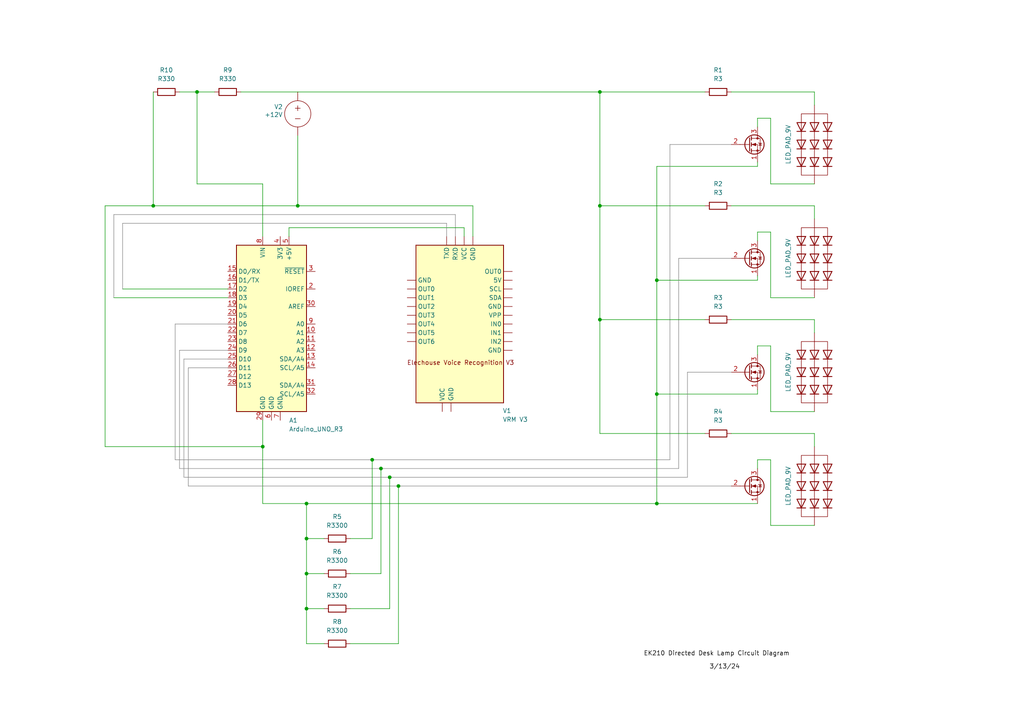
<source format=kicad_sch>
(kicad_sch (version 20231120) (generator "eeschema") (generator_version "8.0")
  (paper "A4")
  (lib_symbols
    (symbol "CustomCircuitLib:LED_PAD_9V" (pin_numbers hide) (pin_names (offset 1.016) hide)
      (property "Value" "LED_PAD_9V" (at 13.97 -11.43 0))
      (symbol "LED_PAD_9V_0_1"
        (polyline (pts (xy 0 -8.89) (xy 0 -6.35)) (stroke (width 0.254)))
        (polyline (pts (xy 0 -7.62) (xy 2.54 -7.62)))
        (polyline (pts (xy 0 -5.08) (xy 0 -2.54)) (stroke (width 0.254)))
        (polyline (pts (xy 0 -3.81) (xy -2.54 -3.81)))
        (polyline (pts (xy 0 -3.81) (xy 2.54 -3.81)))
        (polyline (pts (xy 0 -1.27) (xy 0 1.27)) (stroke (width 0.254)))
        (polyline (pts (xy 0 0) (xy 2.54 0)))
        (polyline (pts (xy 5.08 -8.89) (xy 5.08 -6.35)) (stroke (width 0.254)))
        (polyline (pts (xy 5.08 -7.62) (xy 2.54 -7.62)))
        (polyline (pts (xy 5.08 -7.62) (xy 7.62 -7.62)))
        (polyline (pts (xy 5.08 -5.08) (xy 5.08 -2.54)) (stroke (width 0.254)))
        (polyline (pts (xy 5.08 -3.81) (xy 2.54 -3.81)))
        (polyline (pts (xy 5.08 -3.81) (xy 7.62 -3.81)))
        (polyline (pts (xy 5.08 -1.27) (xy 5.08 1.27)) (stroke (width 0.254)))
        (polyline (pts (xy 5.08 0) (xy 2.54 0)))
        (polyline (pts (xy 5.08 0) (xy 7.62 0)))
        (polyline (pts (xy 10.16 -8.89) (xy 10.16 -6.35)) (stroke (width 0.254)))
        (polyline (pts (xy 10.16 -7.62) (xy 7.62 -7.62)))
        (polyline (pts (xy 10.16 -7.62) (xy 12.7 -7.62)))
        (polyline (pts (xy 10.16 -5.08) (xy 10.16 -2.54)) (stroke (width 0.254)))
        (polyline (pts (xy 10.16 -3.81) (xy 7.62 -3.81)))
        (polyline (pts (xy 10.16 -3.81) (xy 12.7 -3.81)))
        (polyline (pts (xy 10.16 -1.27) (xy 10.16 1.27)) (stroke (width 0.254)))
        (polyline (pts (xy 10.16 0) (xy 7.62 0)))
        (polyline (pts (xy 10.16 0) (xy 12.7 0)))
        (polyline (pts (xy 12.7 -3.81) (xy 15.24 -3.81)))
        (polyline (pts (xy 0 0) (xy -2.54 0) (xy -2.54 -7.62) (xy 0 -7.62)))
        (polyline (pts (xy 2.54 -8.89) (xy 2.54 -6.35) (xy 0 -7.62) (xy 2.54 -8.89)) (stroke (width 0.254)))
        (polyline (pts (xy 2.54 -5.08) (xy 2.54 -2.54) (xy 0 -3.81) (xy 2.54 -5.08)) (stroke (width 0.254)))
        (polyline (pts (xy 2.54 -1.27) (xy 2.54 1.27) (xy 0 0) (xy 2.54 -1.27)) (stroke (width 0.254)))
        (polyline (pts (xy 7.62 -8.89) (xy 7.62 -6.35) (xy 5.08 -7.62) (xy 7.62 -8.89)) (stroke (width 0.254)))
        (polyline (pts (xy 7.62 -5.08) (xy 7.62 -2.54) (xy 5.08 -3.81) (xy 7.62 -5.08)) (stroke (width 0.254)))
        (polyline (pts (xy 7.62 -1.27) (xy 7.62 1.27) (xy 5.08 0) (xy 7.62 -1.27)) (stroke (width 0.254)))
        (polyline (pts (xy 12.7 -8.89) (xy 12.7 -6.35) (xy 10.16 -7.62) (xy 12.7 -8.89)) (stroke (width 0.254)))
        (polyline (pts (xy 12.7 -5.08) (xy 12.7 -2.54) (xy 10.16 -3.81) (xy 12.7 -5.08)) (stroke (width 0.254)))
        (polyline (pts (xy 12.7 -1.27) (xy 12.7 1.27) (xy 10.16 0) (xy 12.7 -1.27)) (stroke (width 0.254)))
        (polyline (pts (xy 12.7 0) (xy 15.24 0) (xy 15.24 -7.62) (xy 12.7 -7.62)))
      )
      (symbol "LED_PAD_9V_1_1"
        (pin passive line (at -5.08 -3.81 0) (length 2.54) (name "Anode") (number ""))
        (pin passive line (at 17.78 -3.81 180) (length 2.54) (name "Anode") (number ""))
      )
    )
    (symbol "CustomCircuitLib:N_Channel_MOSFET" (pin_names hide)
      (symbol "N_Channel_MOSFET_0_1"
        (polyline (pts (xy 0.254 0) (xy -2.54 0)))
        (polyline (pts (xy 0.254 1.905) (xy 0.254 -1.905)) (stroke (width 0.254)))
        (polyline (pts (xy 0.762 -1.27) (xy 0.762 -2.286)) (stroke (width 0.254)))
        (polyline (pts (xy 0.762 0.508) (xy 0.762 -0.508)) (stroke (width 0.254)))
        (polyline (pts (xy 0.762 2.286) (xy 0.762 1.27)) (stroke (width 0.254)))
        (polyline (pts (xy 2.54 2.54) (xy 2.54 1.778)))
        (polyline (pts (xy 2.54 -2.54) (xy 2.54 0) (xy 0.762 0)))
        (polyline (pts (xy 0.762 -1.778) (xy 3.302 -1.778) (xy 3.302 1.778) (xy 0.762 1.778)))
        (polyline (pts (xy 1.016 0) (xy 2.032 0.381) (xy 2.032 -0.381) (xy 1.016 0)) (fill (type outline)))
        (polyline (pts (xy 2.794 0.508) (xy 2.921 0.381) (xy 3.683 0.381) (xy 3.81 0.254)))
        (polyline (pts (xy 3.302 0.381) (xy 2.921 -0.254) (xy 3.683 -0.254) (xy 3.302 0.381)))
        (circle (center 1.651 0) (radius 2.794) (stroke (width 0.254)))
        (circle (center 2.54 -1.778) (radius 0.254) (fill (type outline)))
        (circle (center 2.54 1.778) (radius 0.254) (fill (type outline)))
      )
      (symbol "N_Channel_MOSFET_1_1"
        (pin passive line (at 2.54 -5.08 90) (length 2.54) (name "Source") (number "1"))
        (pin input line (at -5.08 0 0) (length 2.54) (name "G") (number "2"))
        (pin passive line (at 2.54 5.08 270) (length 2.54) (name "D") (number "3"))
      )
    )
    (symbol "CustomCircuitLib:VRM V3"
      (property "Reference" "V1" (at 12.446 -25.146 0))
      (property "Value" "VRM V3" (at 12.446 -27.686 0))
      (symbol "VRM V3_0_1"
        (rectangle (start -12.7 22.86) (end 12.7 -22.86) (stroke (width 0.254)) (fill (type background)))
      )
      (symbol "VRM V3_1_0"
        (text "Elechouse Voice Recognition V3" (at 0.254 -11.176 0) (effects (font (size 1.27 1.27))))
      )
      (symbol "VRM V3_1_1"
        (pin power_in line (at 15.24 12.7 180) (length 2.54) (name "5V") (number ""))
        (pin power_in line (at -15.24 12.7 0) (length 2.54) (name "GND") (number ""))
        (pin power_in line (at -2.54 -25.4 90) (length 2.54) (name "GND") (number ""))
        (pin power_in line (at 3.81 25.4 270) (length 2.54) (name "GND") (number ""))
        (pin power_in line (at 15.24 -7.62 180) (length 2.54) (name "GND") (number ""))
        (pin power_in line (at 15.24 5.08 180) (length 2.54) (name "GND") (number ""))
        (pin input line (at 15.24 0 180) (length 2.54) (name "IN0") (number ""))
        (pin input line (at 15.24 -2.54 180) (length 2.54) (name "IN1") (number ""))
        (pin input line (at 15.24 -5.08 180) (length 2.54) (name "IN2") (number ""))
        (pin output line (at -15.24 10.16 0) (length 2.54) (name "OUT0") (number ""))
        (pin output line (at 15.24 15.24 180) (length 2.54) (name "OUT0") (number ""))
        (pin output line (at -15.24 7.62 0) (length 2.54) (name "OUT1") (number ""))
        (pin output line (at -15.24 5.08 0) (length 2.54) (name "OUT2") (number ""))
        (pin output line (at -15.24 2.54 0) (length 2.54) (name "OUT3") (number ""))
        (pin output line (at -15.24 0 0) (length 2.54) (name "OUT4") (number ""))
        (pin output line (at -15.24 -2.54 0) (length 2.54) (name "OUT5") (number ""))
        (pin output line (at -15.24 -5.08 0) (length 2.54) (name "OUT6") (number ""))
        (pin input line (at -1.27 25.4 270) (length 2.54) (name "RXD") (number ""))
        (pin input line (at 15.24 10.16 180) (length 2.54) (name "SCL") (number ""))
        (pin input line (at 15.24 7.62 180) (length 2.54) (name "SDA") (number ""))
        (pin output line (at -3.81 25.4 270) (length 2.54) (name "TXD") (number ""))
        (pin power_in line (at 1.27 25.4 270) (length 2.54) (name "VCC") (number ""))
        (pin unspecified line (at -5.08 -25.4 90) (length 2.54) (name "VOC") (number ""))
        (pin unspecified line (at 15.24 2.54 180) (length 2.54) (name "VPP") (number ""))
      )
    )
    (symbol "CustomCircuitLib:Voltage_Source"
      (property "Value" "+V" (at -5.842 0 0))
      (symbol "Voltage_Source_0_1"
        (polyline (pts (xy 0 -3.81) (xy 0 -6.35)))
        (polyline (pts (xy 0 3.81) (xy 0 3.81)))
        (polyline (pts (xy 0 3.81) (xy 0 6.35)))
        (circle (center 0 0) (radius 3.81))
      )
      (symbol "Voltage_Source_1_1"
        (text "+" (at 0 1.778 0) (effects (font (size 1.905 1.905))))
        (text "-" (at 0 -1.27 0) (effects (font (size 1.905 1.905))))
      )
    )
    (symbol "Device:R" (pin_numbers hide) (pin_names (offset 0))
      (property "Reference" "R" (at 2.032 0 90))
      (property "Value" "R" (at 0 0 90))
      (symbol "R_0_1"
        (rectangle (start -1.016 -2.54) (end 1.016 2.54) (stroke (width 0.254)))
      )
      (symbol "R_1_1"
        (pin passive line (at 0 3.81 270) (length 1.27) (name "~") (number "1"))
        (pin passive line (at 0 -3.81 90) (length 1.27) (name "~") (number "2"))
      )
    )
    (symbol "MCU_Module:Arduino_UNO_R3"
      (property "Reference" "A" (at -10.16 23.495 0))
      (property "Value" "Arduino_UNO_R3" (at 5.08 -26.67 0))
      (symbol "Arduino_UNO_R3_0_1"
        (rectangle (start -10.16 22.86) (end 10.16 -25.4) (stroke (width 0.254)) (fill (type background)))
      )
      (symbol "Arduino_UNO_R3_1_1"
        (pin no_connect line (at -10.16 -20.32 0) (length 2.54) hide (name "NC") (number "1"))
        (pin bidirectional line (at 12.7 -2.54 180) (length 2.54) (name "A1") (number "10"))
        (pin bidirectional line (at 12.7 -5.08 180) (length 2.54) (name "A2") (number "11"))
        (pin bidirectional line (at 12.7 -7.62 180) (length 2.54) (name "A3") (number "12"))
        (pin bidirectional line (at 12.7 -10.16 180) (length 2.54) (name "SDA/A4") (number "13"))
        (pin bidirectional line (at 12.7 -12.7 180) (length 2.54) (name "SCL/A5") (number "14"))
        (pin bidirectional line (at -12.7 15.24 0) (length 2.54) (name "D0/RX") (number "15"))
        (pin bidirectional line (at -12.7 12.7 0) (length 2.54) (name "D1/TX") (number "16"))
        (pin bidirectional line (at -12.7 10.16 0) (length 2.54) (name "D2") (number "17"))
        (pin bidirectional line (at -12.7 7.62 0) (length 2.54) (name "D3") (number "18"))
        (pin bidirectional line (at -12.7 5.08 0) (length 2.54) (name "D4") (number "19"))
        (pin output line (at 12.7 10.16 180) (length 2.54) (name "IOREF") (number "2"))
        (pin bidirectional line (at -12.7 2.54 0) (length 2.54) (name "D5") (number "20"))
        (pin bidirectional line (at -12.7 0 0) (length 2.54) (name "D6") (number "21"))
        (pin bidirectional line (at -12.7 -2.54 0) (length 2.54) (name "D7") (number "22"))
        (pin bidirectional line (at -12.7 -5.08 0) (length 2.54) (name "D8") (number "23"))
        (pin bidirectional line (at -12.7 -7.62 0) (length 2.54) (name "D9") (number "24"))
        (pin bidirectional line (at -12.7 -10.16 0) (length 2.54) (name "D10") (number "25"))
        (pin bidirectional line (at -12.7 -12.7 0) (length 2.54) (name "D11") (number "26"))
        (pin bidirectional line (at -12.7 -15.24 0) (length 2.54) (name "D12") (number "27"))
        (pin bidirectional line (at -12.7 -17.78 0) (length 2.54) (name "D13") (number "28"))
        (pin power_in line (at -2.54 -27.94 90) (length 2.54) (name "GND") (number "29"))
        (pin input line (at 12.7 15.24 180) (length 2.54) (name "~{RESET}") (number "3"))
        (pin input line (at 12.7 5.08 180) (length 2.54) (name "AREF") (number "30"))
        (pin bidirectional line (at 12.7 -17.78 180) (length 2.54) (name "SDA/A4") (number "31"))
        (pin bidirectional line (at 12.7 -20.32 180) (length 2.54) (name "SCL/A5") (number "32"))
        (pin power_out line (at 2.54 25.4 270) (length 2.54) (name "3V3") (number "4"))
        (pin power_out line (at 5.08 25.4 270) (length 2.54) (name "+5V") (number "5"))
        (pin power_in line (at 0 -27.94 90) (length 2.54) (name "GND") (number "6"))
        (pin power_in line (at 2.54 -27.94 90) (length 2.54) (name "GND") (number "7"))
        (pin power_in line (at -2.54 25.4 270) (length 2.54) (name "VIN") (number "8"))
        (pin bidirectional line (at 12.7 0 180) (length 2.54) (name "A0") (number "9"))
      )
    )
  )
  (junction (at 173.99 59.69))
  (junction (at 190.5 146.05))
  (junction (at 44.45 59.69))
  (junction (at 88.9 146.05))
  (junction (at 115.57 140.97))
  (junction (at 190.5 81.28))
  (junction (at 88.9 156.21))
  (junction (at 88.9 176.53))
  (junction (at 76.2 129.54))
  (junction (at 88.9 166.37))
  (junction (at 57.15 26.67))
  (junction (at 113.03 138.43))
  (junction (at 86.36 59.69))
  (junction (at 110.49 135.89))
  (junction (at 173.99 26.67))
  (junction (at 107.95 133.35))
  (junction (at 190.5 114.3))
  (junction (at 173.99 92.71))
  (wire (pts (xy 52.07 101.6) (xy 66.04 101.6)) (stroke (width 0) (color 132 132 132 1)))
  (wire (pts (xy 35.56 83.82) (xy 35.56 64.77)) (stroke (width 0) (color 132 132 132 1)))
  (wire (pts (xy 219.71 48.26) (xy 190.5 48.26)))
  (wire (pts (xy 86.36 59.69) (xy 137.16 59.69)))
  (wire (pts (xy 173.99 125.73) (xy 173.99 92.71)))
  (wire (pts (xy 223.52 100.33) (xy 219.71 100.33)))
  (wire (pts (xy 88.9 166.37) (xy 93.98 166.37)))
  (wire (pts (xy 107.95 133.35) (xy 194.31 133.35)) (stroke (width 0) (color 132 132 132 1)))
  (wire (pts (xy 134.62 66.04) (xy 83.82 66.04)))
  (wire (pts (xy 236.22 59.69) (xy 236.22 63.5)))
  (wire (pts (xy 52.07 26.67) (xy 57.15 26.67)))
  (wire (pts (xy 236.22 125.73) (xy 236.22 129.54)))
  (wire (pts (xy 190.5 48.26) (xy 190.5 81.28)))
  (wire (pts (xy 33.02 86.36) (xy 33.02 62.23)) (stroke (width 0) (color 132 132 132 1)))
  (wire (pts (xy 88.9 176.53) (xy 93.98 176.53)))
  (wire (pts (xy 107.95 156.21) (xy 107.95 133.35)))
  (wire (pts (xy 219.71 67.31) (xy 219.71 69.85)))
  (wire (pts (xy 236.22 86.36) (xy 223.52 86.36)))
  (wire (pts (xy 115.57 186.69) (xy 115.57 140.97)))
  (wire (pts (xy 54.61 106.68) (xy 66.04 106.68)) (stroke (width 0) (color 132 132 132 1)))
  (wire (pts (xy 33.02 62.23) (xy 132.08 62.23)) (stroke (width 0) (color 132 132 132 1)))
  (wire (pts (xy 173.99 26.67) (xy 204.47 26.67)))
  (wire (pts (xy 44.45 26.67) (xy 44.45 59.69)))
  (wire (pts (xy 219.71 81.28) (xy 190.5 81.28)))
  (wire (pts (xy 88.9 156.21) (xy 93.98 156.21)))
  (wire (pts (xy 101.6 166.37) (xy 110.49 166.37)))
  (wire (pts (xy 212.09 92.71) (xy 236.22 92.71)))
  (wire (pts (xy 88.9 166.37) (xy 88.9 176.53)))
  (wire (pts (xy 204.47 92.71) (xy 173.99 92.71)))
  (wire (pts (xy 134.62 68.58) (xy 134.62 66.04)))
  (wire (pts (xy 236.22 119.38) (xy 223.52 119.38)))
  (wire (pts (xy 88.9 156.21) (xy 88.9 166.37)))
  (wire (pts (xy 219.71 100.33) (xy 219.71 102.87)))
  (wire (pts (xy 223.52 53.34) (xy 223.52 34.29)))
  (wire (pts (xy 236.22 152.4) (xy 223.52 152.4)))
  (wire (pts (xy 204.47 125.73) (xy 173.99 125.73)))
  (wire (pts (xy 219.71 113.03) (xy 219.71 114.3)))
  (wire (pts (xy 52.07 135.89) (xy 52.07 101.6)) (stroke (width 0) (color 132 132 132 1)))
  (wire (pts (xy 76.2 53.34) (xy 76.2 68.58)))
  (wire (pts (xy 113.03 176.53) (xy 113.03 138.43)))
  (wire (pts (xy 219.71 34.29) (xy 219.71 36.83)))
  (wire (pts (xy 101.6 176.53) (xy 113.03 176.53)))
  (wire (pts (xy 196.85 74.93) (xy 212.09 74.93)) (stroke (width 0) (color 132 132 132 1)))
  (wire (pts (xy 35.56 64.77) (xy 129.54 64.77)) (stroke (width 0) (color 132 132 132 1)))
  (wire (pts (xy 223.52 86.36) (xy 223.52 67.31)))
  (wire (pts (xy 190.5 146.05) (xy 219.71 146.05)))
  (wire (pts (xy 101.6 186.69) (xy 115.57 186.69)))
  (wire (pts (xy 196.85 135.89) (xy 196.85 74.93)) (stroke (width 0) (color 132 132 132 1)))
  (wire (pts (xy 223.52 133.35) (xy 219.71 133.35)))
  (wire (pts (xy 223.52 152.4) (xy 223.52 133.35)))
  (wire (pts (xy 86.36 39.37) (xy 86.36 59.69)))
  (wire (pts (xy 190.5 114.3) (xy 190.5 146.05)))
  (wire (pts (xy 88.9 146.05) (xy 76.2 146.05)))
  (wire (pts (xy 53.34 138.43) (xy 113.03 138.43)) (stroke (width 0) (color 132 132 132 1)))
  (wire (pts (xy 88.9 186.69) (xy 93.98 186.69)))
  (wire (pts (xy 194.31 41.91) (xy 194.31 133.35)) (stroke (width 0) (color 132 132 132 1)))
  (wire (pts (xy 54.61 140.97) (xy 115.57 140.97)) (stroke (width 0) (color 132 132 132 1)))
  (wire (pts (xy 54.61 140.97) (xy 54.61 106.68)) (stroke (width 0) (color 132 132 132 1)))
  (wire (pts (xy 110.49 166.37) (xy 110.49 135.89)))
  (wire (pts (xy 30.48 129.54) (xy 76.2 129.54)))
  (wire (pts (xy 88.9 146.05) (xy 88.9 156.21)))
  (wire (pts (xy 76.2 121.92) (xy 76.2 129.54)))
  (wire (pts (xy 88.9 176.53) (xy 88.9 186.69)))
  (wire (pts (xy 30.48 59.69) (xy 30.48 129.54)))
  (wire (pts (xy 101.6 156.21) (xy 107.95 156.21)))
  (wire (pts (xy 236.22 26.67) (xy 236.22 30.48)))
  (wire (pts (xy 53.34 104.14) (xy 66.04 104.14)) (stroke (width 0) (color 132 132 132 1)))
  (wire (pts (xy 236.22 53.34) (xy 223.52 53.34)))
  (wire (pts (xy 83.82 66.04) (xy 83.82 68.58)))
  (wire (pts (xy 219.71 133.35) (xy 219.71 135.89)))
  (wire (pts (xy 173.99 92.71) (xy 173.99 59.69)))
  (wire (pts (xy 212.09 26.67) (xy 236.22 26.67)))
  (wire (pts (xy 69.85 26.67) (xy 173.99 26.67)))
  (wire (pts (xy 33.02 86.36) (xy 66.04 86.36)))
  (wire (pts (xy 219.71 80.01) (xy 219.71 81.28)))
  (wire (pts (xy 236.22 92.71) (xy 236.22 96.52)))
  (wire (pts (xy 53.34 138.43) (xy 53.34 104.14)) (stroke (width 0) (color 132 132 132 1)))
  (wire (pts (xy 223.52 34.29) (xy 219.71 34.29)))
  (wire (pts (xy 173.99 59.69) (xy 173.99 26.67)))
  (wire (pts (xy 50.8 93.98) (xy 66.04 93.98)) (stroke (width 0) (color 132 132 132 1)))
  (wire (pts (xy 190.5 146.05) (xy 88.9 146.05)))
  (wire (pts (xy 76.2 146.05) (xy 76.2 129.54)))
  (wire (pts (xy 57.15 26.67) (xy 62.23 26.67)))
  (wire (pts (xy 219.71 114.3) (xy 190.5 114.3)))
  (wire (pts (xy 194.31 41.91) (xy 212.09 41.91)) (stroke (width 0) (color 132 132 132 1)))
  (wire (pts (xy 223.52 67.31) (xy 219.71 67.31)))
  (wire (pts (xy 57.15 26.67) (xy 57.15 53.34)))
  (wire (pts (xy 223.52 119.38) (xy 223.52 100.33)))
  (wire (pts (xy 132.08 62.23) (xy 132.08 68.58)) (stroke (width 0) (color 132 132 132 1)))
  (wire (pts (xy 204.47 59.69) (xy 173.99 59.69)))
  (wire (pts (xy 129.54 64.77) (xy 129.54 68.58)) (stroke (width 0) (color 132 132 132 1)))
  (wire (pts (xy 113.03 138.43) (xy 199.39 138.43)) (stroke (width 0) (color 132 132 132 1)))
  (wire (pts (xy 110.49 135.89) (xy 196.85 135.89)) (stroke (width 0) (color 132 132 132 1)))
  (wire (pts (xy 212.09 125.73) (xy 236.22 125.73)))
  (wire (pts (xy 57.15 53.34) (xy 76.2 53.34)))
  (wire (pts (xy 44.45 59.69) (xy 86.36 59.69)))
  (wire (pts (xy 219.71 46.99) (xy 219.71 48.26)))
  (wire (pts (xy 137.16 68.58) (xy 137.16 59.69)))
  (wire (pts (xy 52.07 135.89) (xy 110.49 135.89)) (stroke (width 0) (color 132 132 132 1)))
  (wire (pts (xy 50.8 93.98) (xy 50.8 133.35)) (stroke (width 0) (color 132 132 132 1)))
  (wire (pts (xy 35.56 83.82) (xy 66.04 83.82)))
  (wire (pts (xy 50.8 133.35) (xy 107.95 133.35)) (stroke (width 0) (color 132 132 132 1)))
  (wire (pts (xy 199.39 138.43) (xy 199.39 107.95)) (stroke (width 0) (color 132 132 132 1)))
  (wire (pts (xy 199.39 107.95) (xy 212.09 107.95)) (stroke (width 0) (color 132 132 132 1)))
  (wire (pts (xy 115.57 140.97) (xy 212.09 140.97)) (stroke (width 0) (color 132 132 132 1)))
  (wire (pts (xy 190.5 81.28) (xy 190.5 114.3)))
  (wire (pts (xy 30.48 59.69) (xy 44.45 59.69)))
  (wire (pts (xy 212.09 59.69) (xy 236.22 59.69)))
  (label "EK210 Directed Desk Lamp Circuit Diagram" (at 186.69 190.5 0))
  (label "3{slash}13{slash}24" (at 205.74 194.31 0))
  (symbol (lib_id "Device:R") (at 208.28 125.73 270) (unit 1)
    (property "Reference" "R4" (at 208.28 119.38 90))
    (property "Value" "R3" (at 208.28 121.92 90))
  )
  (symbol (lib_id "Device:R") (at 48.26 26.67 270) (unit 1)
    (property "Reference" "R10" (at 48.26 20.32 90))
    (property "Value" "R330" (at 48.26 22.86 90))
  )
  (symbol (lib_id "CustomCircuitLib:LED_PAD_9V") (at 232.41 147.32 90) (unit 1)
    (property "Reference" "D?" (effects (hide yes)))
    (property "Value" "LED_PAD_9V" (at 228.6 140.97 0))
  )
  (symbol (lib_id "Device:R") (at 97.79 186.69 270) (unit 1)
    (property "Reference" "R8" (at 97.79 180.34 90))
    (property "Value" "R3300" (at 97.79 182.88 90))
  )
  (symbol (lib_id "Device:R") (at 208.28 26.67 270) (unit 1)
    (property "Reference" "R1" (at 208.28 20.32 90))
    (property "Value" "R3" (at 208.28 22.86 90))
  )
  (symbol (lib_id "CustomCircuitLib:N_Channel_MOSFET") (at 217.17 140.97 0) (unit 1)
    (property "Reference" "Q?" (effects (hide yes)))
    (property "Value" "N_Channel_MOSFET" (effects (hide yes)))
    (property "Footprint" "Package_TO_SOT_THT:TO-92_Inline" (effects (hide yes)))
    (property "Datasheet" "https://www.vishay.com/docs/70226/70226.pdf" (effects (hide yes)))
  )
  (symbol (lib_id "CustomCircuitLib:LED_PAD_9V") (at 232.41 81.28 90) (unit 1)
    (property "Reference" "D?" (effects (hide yes)))
    (property "Value" "LED_PAD_9V" (at 228.6 74.93 0))
  )
  (symbol (lib_id "CustomCircuitLib:Voltage_Source") (at 86.36 33.02 0) (unit 1)
    (property "Reference" "V2" (at 80.772 30.988 0))
    (property "Value" "+12V" (at 76.708 33.274 0) (effects (justify left)))
    (property "Description" "Generic Voltage Source Identifier" (effects (hide yes)))
  )
  (symbol (lib_id "Device:R") (at 97.79 176.53 270) (unit 1)
    (property "Reference" "R7" (at 97.79 170.18 90))
    (property "Value" "R3300" (at 97.79 172.72 90))
  )
  (symbol (lib_id "CustomCircuitLib:N_Channel_MOSFET") (at 217.17 107.95 0) (unit 1)
    (property "Reference" "Q?" (effects (hide yes)))
    (property "Value" "N_Channel_MOSFET" (effects (hide yes)))
    (property "Footprint" "Package_TO_SOT_THT:TO-92_Inline" (effects (hide yes)))
    (property "Datasheet" "https://www.vishay.com/docs/70226/70226.pdf" (effects (hide yes)))
  )
  (symbol (lib_id "Device:R") (at 208.28 59.69 270) (unit 1)
    (property "Reference" "R2" (at 208.28 53.34 90))
    (property "Value" "R3" (at 208.28 55.88 90))
  )
  (symbol (lib_id "CustomCircuitLib:VRM V3") (at 133.35 93.98 0) (unit 1)
    (property "Reference" "V1" (at 145.796 119.126 0) (effects (justify left)))
    (property "Value" "VRM V3" (at 145.796 121.666 0) (effects (justify left)))
    (property "Description" "Elechouse Voice Recognition Module V3" (effects (hide yes)))
    (property "Name" "Elechouse Voice Recognition Module V3" (effects (hide yes)))
  )
  (symbol (lib_id "Device:R") (at 97.79 166.37 270) (unit 1)
    (property "Reference" "R6" (at 97.79 160.02 90))
    (property "Value" "R3300" (at 97.79 162.56 90))
  )
  (symbol (lib_id "CustomCircuitLib:N_Channel_MOSFET") (at 217.17 74.93 0) (unit 1)
    (property "Reference" "Q?" (effects (hide yes)))
    (property "Value" "N_Channel_MOSFET" (effects (hide yes)))
    (property "Footprint" "Package_TO_SOT_THT:TO-92_Inline" (effects (hide yes)))
    (property "Datasheet" "https://www.vishay.com/docs/70226/70226.pdf" (effects (hide yes)))
  )
  (symbol (lib_id "Device:R") (at 208.28 92.71 270) (unit 1)
    (property "Reference" "R3" (at 208.28 86.36 90))
    (property "Value" "R3" (at 208.28 88.9 90))
  )
  (symbol (lib_id "CustomCircuitLib:LED_PAD_9V") (at 232.41 48.26 90) (unit 1)
    (property "Reference" "D?" (effects (hide yes)))
    (property "Value" "LED_PAD_9V" (at 228.6 41.91 0))
  )
  (symbol (lib_id "MCU_Module:Arduino_UNO_R3") (at 78.74 93.98 0) (unit 1)
    (property "Reference" "A1" (at 83.82 121.92 0) (effects (justify left)))
    (property "Value" "Arduino_UNO_R3" (at 83.82 124.46 0) (effects (justify left)))
    (property "Footprint" "Module:Arduino_UNO_R3" (effects (hide yes)))
    (property "Datasheet" "https://www.arduino.cc/en/Main/arduinoBoardUno" (effects (hide yes)))
  )
  (symbol (lib_id "CustomCircuitLib:LED_PAD_9V") (at 232.41 114.3 90) (unit 1)
    (property "Reference" "D?" (effects (hide yes)))
    (property "Value" "LED_PAD_9V" (at 228.6 107.95 0))
  )
  (symbol (lib_id "CustomCircuitLib:N_Channel_MOSFET") (at 217.17 41.91 0) (unit 1)
    (property "Reference" "Q?" (effects (hide yes)))
    (property "Value" "N_Channel_MOSFET" (effects (hide yes)))
    (property "Footprint" "Package_TO_SOT_THT:TO-92_Inline" (effects (hide yes)))
    (property "Datasheet" "https://www.vishay.com/docs/70226/70226.pdf" (effects (hide yes)))
  )
  (symbol (lib_id "Device:R") (at 97.79 156.21 270) (unit 1)
    (property "Reference" "R5" (at 97.79 149.86 90))
    (property "Value" "R3300" (at 97.79 152.4 90))
  )
  (symbol (lib_id "Device:R") (at 66.04 26.67 270) (unit 1)
    (property "Reference" "R9" (at 66.04 20.32 90))
    (property "Value" "R330" (at 66.04 22.86 90))
  )
)
</source>
